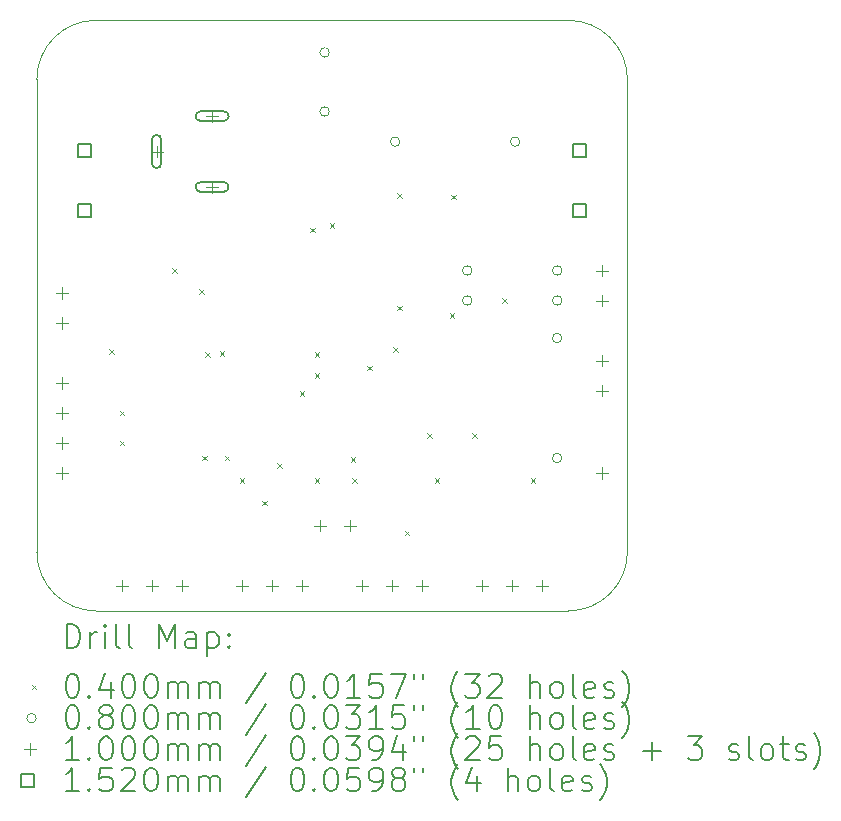
<source format=gbr>
%FSLAX45Y45*%
G04 Gerber Fmt 4.5, Leading zero omitted, Abs format (unit mm)*
G04 Created by KiCad (PCBNEW 6.0.2+dfsg-1) date 2023-09-26 22:37:19*
%MOMM*%
%LPD*%
G01*
G04 APERTURE LIST*
%TA.AperFunction,Profile*%
%ADD10C,0.100000*%
%TD*%
%ADD11C,0.200000*%
%ADD12C,0.040000*%
%ADD13C,0.080000*%
%ADD14C,0.100000*%
%ADD15C,0.152000*%
G04 APERTURE END LIST*
D10*
X10000000Y-5500000D02*
G75*
G03*
X9500000Y-5000000I-500000J0D01*
G01*
X9500000Y-10000000D02*
X5500000Y-10000000D01*
X9500000Y-10000000D02*
G75*
G03*
X10000000Y-9500000I0J500000D01*
G01*
X5500000Y-5000000D02*
G75*
G03*
X5000000Y-5500000I0J-500000D01*
G01*
X10000000Y-5500000D02*
X10000000Y-9500000D01*
X5000000Y-9500000D02*
G75*
G03*
X5500000Y-10000000I500000J0D01*
G01*
X5500000Y-5000000D02*
X9500000Y-5000000D01*
X5000000Y-9500000D02*
X5000000Y-5500000D01*
D11*
D12*
X5613100Y-7784800D02*
X5653100Y-7824800D01*
X5653100Y-7784800D02*
X5613100Y-7824800D01*
X5702000Y-8305500D02*
X5742000Y-8345500D01*
X5742000Y-8305500D02*
X5702000Y-8345500D01*
X5702000Y-8559500D02*
X5742000Y-8599500D01*
X5742000Y-8559500D02*
X5702000Y-8599500D01*
X6146500Y-7099000D02*
X6186500Y-7139000D01*
X6186500Y-7099000D02*
X6146500Y-7139000D01*
X6375100Y-7276800D02*
X6415100Y-7316800D01*
X6415100Y-7276800D02*
X6375100Y-7316800D01*
X6400500Y-8686500D02*
X6440500Y-8726500D01*
X6440500Y-8686500D02*
X6400500Y-8726500D01*
X6425900Y-7810200D02*
X6465900Y-7850200D01*
X6465900Y-7810200D02*
X6425900Y-7850200D01*
X6547000Y-7803400D02*
X6587000Y-7843400D01*
X6587000Y-7803400D02*
X6547000Y-7843400D01*
X6591000Y-8686500D02*
X6631000Y-8726500D01*
X6631000Y-8686500D02*
X6591000Y-8726500D01*
X6718000Y-8877000D02*
X6758000Y-8917000D01*
X6758000Y-8877000D02*
X6718000Y-8917000D01*
X6908500Y-9067500D02*
X6948500Y-9107500D01*
X6948500Y-9067500D02*
X6908500Y-9107500D01*
X7035500Y-8750000D02*
X7075500Y-8790000D01*
X7075500Y-8750000D02*
X7035500Y-8790000D01*
X7226000Y-8140400D02*
X7266000Y-8180400D01*
X7266000Y-8140400D02*
X7226000Y-8180400D01*
X7314900Y-6756100D02*
X7354900Y-6796100D01*
X7354900Y-6756100D02*
X7314900Y-6796100D01*
X7353000Y-7810200D02*
X7393000Y-7850200D01*
X7393000Y-7810200D02*
X7353000Y-7850200D01*
X7353000Y-7988000D02*
X7393000Y-8028000D01*
X7393000Y-7988000D02*
X7353000Y-8028000D01*
X7353000Y-8877000D02*
X7393000Y-8917000D01*
X7393000Y-8877000D02*
X7353000Y-8917000D01*
X7480000Y-6718000D02*
X7520000Y-6758000D01*
X7520000Y-6718000D02*
X7480000Y-6758000D01*
X7656500Y-8700500D02*
X7696500Y-8740500D01*
X7696500Y-8700500D02*
X7656500Y-8740500D01*
X7670500Y-8877000D02*
X7710500Y-8917000D01*
X7710500Y-8877000D02*
X7670500Y-8917000D01*
X7797500Y-7924500D02*
X7837500Y-7964500D01*
X7837500Y-7924500D02*
X7797500Y-7964500D01*
X8019500Y-7766000D02*
X8059500Y-7806000D01*
X8059500Y-7766000D02*
X8019500Y-7806000D01*
X8051500Y-6464000D02*
X8091500Y-6504000D01*
X8091500Y-6464000D02*
X8051500Y-6504000D01*
X8051500Y-7416500D02*
X8091500Y-7456500D01*
X8091500Y-7416500D02*
X8051500Y-7456500D01*
X8115000Y-9321500D02*
X8155000Y-9361500D01*
X8155000Y-9321500D02*
X8115000Y-9361500D01*
X8305500Y-8496000D02*
X8345500Y-8536000D01*
X8345500Y-8496000D02*
X8305500Y-8536000D01*
X8369000Y-8877000D02*
X8409000Y-8917000D01*
X8409000Y-8877000D02*
X8369000Y-8917000D01*
X8496000Y-7480000D02*
X8536000Y-7520000D01*
X8536000Y-7480000D02*
X8496000Y-7520000D01*
X8508700Y-6476700D02*
X8548700Y-6516700D01*
X8548700Y-6476700D02*
X8508700Y-6516700D01*
X8686500Y-8496000D02*
X8726500Y-8536000D01*
X8726500Y-8496000D02*
X8686500Y-8536000D01*
X8940500Y-7353000D02*
X8980500Y-7393000D01*
X8980500Y-7353000D02*
X8940500Y-7393000D01*
X9180000Y-8877000D02*
X9220000Y-8917000D01*
X9220000Y-8877000D02*
X9180000Y-8917000D01*
D13*
X7476500Y-5271765D02*
G75*
G03*
X7476500Y-5271765I-40000J0D01*
G01*
X7476500Y-5771765D02*
G75*
G03*
X7476500Y-5771765I-40000J0D01*
G01*
X8073400Y-6026800D02*
G75*
G03*
X8073400Y-6026800I-40000J0D01*
G01*
X8684000Y-7118500D02*
G75*
G03*
X8684000Y-7118500I-40000J0D01*
G01*
X8684000Y-7372500D02*
G75*
G03*
X8684000Y-7372500I-40000J0D01*
G01*
X9089400Y-6026800D02*
G75*
G03*
X9089400Y-6026800I-40000J0D01*
G01*
X9445000Y-7690500D02*
G75*
G03*
X9445000Y-7690500I-40000J0D01*
G01*
X9445000Y-8706500D02*
G75*
G03*
X9445000Y-8706500I-40000J0D01*
G01*
X9446000Y-7118500D02*
G75*
G03*
X9446000Y-7118500I-40000J0D01*
G01*
X9446000Y-7372500D02*
G75*
G03*
X9446000Y-7372500I-40000J0D01*
G01*
D14*
X5214000Y-7259000D02*
X5214000Y-7359000D01*
X5164000Y-7309000D02*
X5264000Y-7309000D01*
X5214000Y-7513000D02*
X5214000Y-7613000D01*
X5164000Y-7563000D02*
X5264000Y-7563000D01*
X5214000Y-8021500D02*
X5214000Y-8121500D01*
X5164000Y-8071500D02*
X5264000Y-8071500D01*
X5214000Y-8275500D02*
X5214000Y-8375500D01*
X5164000Y-8325500D02*
X5264000Y-8325500D01*
X5214000Y-8529500D02*
X5214000Y-8629500D01*
X5164000Y-8579500D02*
X5264000Y-8579500D01*
X5214000Y-8783500D02*
X5214000Y-8883500D01*
X5164000Y-8833500D02*
X5264000Y-8833500D01*
X5722000Y-9736000D02*
X5722000Y-9836000D01*
X5672000Y-9786000D02*
X5772000Y-9786000D01*
X5976000Y-9736000D02*
X5976000Y-9836000D01*
X5926000Y-9786000D02*
X6026000Y-9786000D01*
X6014000Y-6060900D02*
X6014000Y-6160900D01*
X5964000Y-6110900D02*
X6064000Y-6110900D01*
D11*
X5974000Y-6010900D02*
X5974000Y-6210900D01*
X6054000Y-6010900D02*
X6054000Y-6210900D01*
X5974000Y-6210900D02*
G75*
G03*
X6054000Y-6210900I40000J0D01*
G01*
X6054000Y-6010900D02*
G75*
G03*
X5974000Y-6010900I-40000J0D01*
G01*
D14*
X6230000Y-9736000D02*
X6230000Y-9836000D01*
X6180000Y-9786000D02*
X6280000Y-9786000D01*
X6484000Y-5760900D02*
X6484000Y-5860900D01*
X6434000Y-5810900D02*
X6534000Y-5810900D01*
D11*
X6584000Y-5770900D02*
X6384000Y-5770900D01*
X6584000Y-5850900D02*
X6384000Y-5850900D01*
X6384000Y-5770900D02*
G75*
G03*
X6384000Y-5850900I0J-40000D01*
G01*
X6584000Y-5850900D02*
G75*
G03*
X6584000Y-5770900I0J40000D01*
G01*
D14*
X6484000Y-6360900D02*
X6484000Y-6460900D01*
X6434000Y-6410900D02*
X6534000Y-6410900D01*
D11*
X6584000Y-6370900D02*
X6384000Y-6370900D01*
X6584000Y-6450900D02*
X6384000Y-6450900D01*
X6384000Y-6370900D02*
G75*
G03*
X6384000Y-6450900I0J-40000D01*
G01*
X6584000Y-6450900D02*
G75*
G03*
X6584000Y-6370900I0J40000D01*
G01*
D14*
X6739500Y-9736000D02*
X6739500Y-9836000D01*
X6689500Y-9786000D02*
X6789500Y-9786000D01*
X6993500Y-9736000D02*
X6993500Y-9836000D01*
X6943500Y-9786000D02*
X7043500Y-9786000D01*
X7247500Y-9736000D02*
X7247500Y-9836000D01*
X7197500Y-9786000D02*
X7297500Y-9786000D01*
X7398400Y-9228000D02*
X7398400Y-9328000D01*
X7348400Y-9278000D02*
X7448400Y-9278000D01*
X7652400Y-9228000D02*
X7652400Y-9328000D01*
X7602400Y-9278000D02*
X7702400Y-9278000D01*
X7755500Y-9736000D02*
X7755500Y-9836000D01*
X7705500Y-9786000D02*
X7805500Y-9786000D01*
X8009500Y-9736000D02*
X8009500Y-9836000D01*
X7959500Y-9786000D02*
X8059500Y-9786000D01*
X8263500Y-9736000D02*
X8263500Y-9836000D01*
X8213500Y-9786000D02*
X8313500Y-9786000D01*
X8770000Y-9736000D02*
X8770000Y-9836000D01*
X8720000Y-9786000D02*
X8820000Y-9786000D01*
X9024000Y-9736000D02*
X9024000Y-9836000D01*
X8974000Y-9786000D02*
X9074000Y-9786000D01*
X9278000Y-9736000D02*
X9278000Y-9836000D01*
X9228000Y-9786000D02*
X9328000Y-9786000D01*
X9786000Y-7069000D02*
X9786000Y-7169000D01*
X9736000Y-7119000D02*
X9836000Y-7119000D01*
X9786000Y-7323000D02*
X9786000Y-7423000D01*
X9736000Y-7373000D02*
X9836000Y-7373000D01*
X9786000Y-7831000D02*
X9786000Y-7931000D01*
X9736000Y-7881000D02*
X9836000Y-7881000D01*
X9786000Y-8085000D02*
X9786000Y-8185000D01*
X9736000Y-8135000D02*
X9836000Y-8135000D01*
X9786000Y-8783500D02*
X9786000Y-8883500D01*
X9736000Y-8833500D02*
X9836000Y-8833500D01*
D15*
X5458241Y-6156741D02*
X5458241Y-6049259D01*
X5350759Y-6049259D01*
X5350759Y-6156741D01*
X5458241Y-6156741D01*
X5458241Y-6664741D02*
X5458241Y-6557259D01*
X5350759Y-6557259D01*
X5350759Y-6664741D01*
X5458241Y-6664741D01*
X9649241Y-6156741D02*
X9649241Y-6049259D01*
X9541759Y-6049259D01*
X9541759Y-6156741D01*
X9649241Y-6156741D01*
X9649241Y-6664741D02*
X9649241Y-6557259D01*
X9541759Y-6557259D01*
X9541759Y-6664741D01*
X9649241Y-6664741D01*
D11*
X5252619Y-10315476D02*
X5252619Y-10115476D01*
X5300238Y-10115476D01*
X5328810Y-10125000D01*
X5347857Y-10144048D01*
X5357381Y-10163095D01*
X5366905Y-10201190D01*
X5366905Y-10229762D01*
X5357381Y-10267857D01*
X5347857Y-10286905D01*
X5328810Y-10305952D01*
X5300238Y-10315476D01*
X5252619Y-10315476D01*
X5452619Y-10315476D02*
X5452619Y-10182143D01*
X5452619Y-10220238D02*
X5462143Y-10201190D01*
X5471667Y-10191667D01*
X5490714Y-10182143D01*
X5509762Y-10182143D01*
X5576429Y-10315476D02*
X5576429Y-10182143D01*
X5576429Y-10115476D02*
X5566905Y-10125000D01*
X5576429Y-10134524D01*
X5585952Y-10125000D01*
X5576429Y-10115476D01*
X5576429Y-10134524D01*
X5700238Y-10315476D02*
X5681190Y-10305952D01*
X5671667Y-10286905D01*
X5671667Y-10115476D01*
X5805000Y-10315476D02*
X5785952Y-10305952D01*
X5776428Y-10286905D01*
X5776428Y-10115476D01*
X6033571Y-10315476D02*
X6033571Y-10115476D01*
X6100238Y-10258333D01*
X6166905Y-10115476D01*
X6166905Y-10315476D01*
X6347857Y-10315476D02*
X6347857Y-10210714D01*
X6338333Y-10191667D01*
X6319286Y-10182143D01*
X6281190Y-10182143D01*
X6262143Y-10191667D01*
X6347857Y-10305952D02*
X6328809Y-10315476D01*
X6281190Y-10315476D01*
X6262143Y-10305952D01*
X6252619Y-10286905D01*
X6252619Y-10267857D01*
X6262143Y-10248810D01*
X6281190Y-10239286D01*
X6328809Y-10239286D01*
X6347857Y-10229762D01*
X6443095Y-10182143D02*
X6443095Y-10382143D01*
X6443095Y-10191667D02*
X6462143Y-10182143D01*
X6500238Y-10182143D01*
X6519286Y-10191667D01*
X6528809Y-10201190D01*
X6538333Y-10220238D01*
X6538333Y-10277381D01*
X6528809Y-10296429D01*
X6519286Y-10305952D01*
X6500238Y-10315476D01*
X6462143Y-10315476D01*
X6443095Y-10305952D01*
X6624048Y-10296429D02*
X6633571Y-10305952D01*
X6624048Y-10315476D01*
X6614524Y-10305952D01*
X6624048Y-10296429D01*
X6624048Y-10315476D01*
X6624048Y-10191667D02*
X6633571Y-10201190D01*
X6624048Y-10210714D01*
X6614524Y-10201190D01*
X6624048Y-10191667D01*
X6624048Y-10210714D01*
D12*
X4955000Y-10625000D02*
X4995000Y-10665000D01*
X4995000Y-10625000D02*
X4955000Y-10665000D01*
D11*
X5290714Y-10535476D02*
X5309762Y-10535476D01*
X5328810Y-10545000D01*
X5338333Y-10554524D01*
X5347857Y-10573571D01*
X5357381Y-10611667D01*
X5357381Y-10659286D01*
X5347857Y-10697381D01*
X5338333Y-10716429D01*
X5328810Y-10725952D01*
X5309762Y-10735476D01*
X5290714Y-10735476D01*
X5271667Y-10725952D01*
X5262143Y-10716429D01*
X5252619Y-10697381D01*
X5243095Y-10659286D01*
X5243095Y-10611667D01*
X5252619Y-10573571D01*
X5262143Y-10554524D01*
X5271667Y-10545000D01*
X5290714Y-10535476D01*
X5443095Y-10716429D02*
X5452619Y-10725952D01*
X5443095Y-10735476D01*
X5433571Y-10725952D01*
X5443095Y-10716429D01*
X5443095Y-10735476D01*
X5624048Y-10602143D02*
X5624048Y-10735476D01*
X5576429Y-10525952D02*
X5528810Y-10668810D01*
X5652619Y-10668810D01*
X5766905Y-10535476D02*
X5785952Y-10535476D01*
X5805000Y-10545000D01*
X5814524Y-10554524D01*
X5824048Y-10573571D01*
X5833571Y-10611667D01*
X5833571Y-10659286D01*
X5824048Y-10697381D01*
X5814524Y-10716429D01*
X5805000Y-10725952D01*
X5785952Y-10735476D01*
X5766905Y-10735476D01*
X5747857Y-10725952D01*
X5738333Y-10716429D01*
X5728809Y-10697381D01*
X5719286Y-10659286D01*
X5719286Y-10611667D01*
X5728809Y-10573571D01*
X5738333Y-10554524D01*
X5747857Y-10545000D01*
X5766905Y-10535476D01*
X5957381Y-10535476D02*
X5976428Y-10535476D01*
X5995476Y-10545000D01*
X6005000Y-10554524D01*
X6014524Y-10573571D01*
X6024048Y-10611667D01*
X6024048Y-10659286D01*
X6014524Y-10697381D01*
X6005000Y-10716429D01*
X5995476Y-10725952D01*
X5976428Y-10735476D01*
X5957381Y-10735476D01*
X5938333Y-10725952D01*
X5928809Y-10716429D01*
X5919286Y-10697381D01*
X5909762Y-10659286D01*
X5909762Y-10611667D01*
X5919286Y-10573571D01*
X5928809Y-10554524D01*
X5938333Y-10545000D01*
X5957381Y-10535476D01*
X6109762Y-10735476D02*
X6109762Y-10602143D01*
X6109762Y-10621190D02*
X6119286Y-10611667D01*
X6138333Y-10602143D01*
X6166905Y-10602143D01*
X6185952Y-10611667D01*
X6195476Y-10630714D01*
X6195476Y-10735476D01*
X6195476Y-10630714D02*
X6205000Y-10611667D01*
X6224048Y-10602143D01*
X6252619Y-10602143D01*
X6271667Y-10611667D01*
X6281190Y-10630714D01*
X6281190Y-10735476D01*
X6376428Y-10735476D02*
X6376428Y-10602143D01*
X6376428Y-10621190D02*
X6385952Y-10611667D01*
X6405000Y-10602143D01*
X6433571Y-10602143D01*
X6452619Y-10611667D01*
X6462143Y-10630714D01*
X6462143Y-10735476D01*
X6462143Y-10630714D02*
X6471667Y-10611667D01*
X6490714Y-10602143D01*
X6519286Y-10602143D01*
X6538333Y-10611667D01*
X6547857Y-10630714D01*
X6547857Y-10735476D01*
X6938333Y-10525952D02*
X6766905Y-10783095D01*
X7195476Y-10535476D02*
X7214524Y-10535476D01*
X7233571Y-10545000D01*
X7243095Y-10554524D01*
X7252619Y-10573571D01*
X7262143Y-10611667D01*
X7262143Y-10659286D01*
X7252619Y-10697381D01*
X7243095Y-10716429D01*
X7233571Y-10725952D01*
X7214524Y-10735476D01*
X7195476Y-10735476D01*
X7176428Y-10725952D01*
X7166905Y-10716429D01*
X7157381Y-10697381D01*
X7147857Y-10659286D01*
X7147857Y-10611667D01*
X7157381Y-10573571D01*
X7166905Y-10554524D01*
X7176428Y-10545000D01*
X7195476Y-10535476D01*
X7347857Y-10716429D02*
X7357381Y-10725952D01*
X7347857Y-10735476D01*
X7338333Y-10725952D01*
X7347857Y-10716429D01*
X7347857Y-10735476D01*
X7481190Y-10535476D02*
X7500238Y-10535476D01*
X7519286Y-10545000D01*
X7528809Y-10554524D01*
X7538333Y-10573571D01*
X7547857Y-10611667D01*
X7547857Y-10659286D01*
X7538333Y-10697381D01*
X7528809Y-10716429D01*
X7519286Y-10725952D01*
X7500238Y-10735476D01*
X7481190Y-10735476D01*
X7462143Y-10725952D01*
X7452619Y-10716429D01*
X7443095Y-10697381D01*
X7433571Y-10659286D01*
X7433571Y-10611667D01*
X7443095Y-10573571D01*
X7452619Y-10554524D01*
X7462143Y-10545000D01*
X7481190Y-10535476D01*
X7738333Y-10735476D02*
X7624048Y-10735476D01*
X7681190Y-10735476D02*
X7681190Y-10535476D01*
X7662143Y-10564048D01*
X7643095Y-10583095D01*
X7624048Y-10592619D01*
X7919286Y-10535476D02*
X7824048Y-10535476D01*
X7814524Y-10630714D01*
X7824048Y-10621190D01*
X7843095Y-10611667D01*
X7890714Y-10611667D01*
X7909762Y-10621190D01*
X7919286Y-10630714D01*
X7928809Y-10649762D01*
X7928809Y-10697381D01*
X7919286Y-10716429D01*
X7909762Y-10725952D01*
X7890714Y-10735476D01*
X7843095Y-10735476D01*
X7824048Y-10725952D01*
X7814524Y-10716429D01*
X7995476Y-10535476D02*
X8128809Y-10535476D01*
X8043095Y-10735476D01*
X8195476Y-10535476D02*
X8195476Y-10573571D01*
X8271667Y-10535476D02*
X8271667Y-10573571D01*
X8566905Y-10811667D02*
X8557381Y-10802143D01*
X8538333Y-10773571D01*
X8528810Y-10754524D01*
X8519286Y-10725952D01*
X8509762Y-10678333D01*
X8509762Y-10640238D01*
X8519286Y-10592619D01*
X8528810Y-10564048D01*
X8538333Y-10545000D01*
X8557381Y-10516429D01*
X8566905Y-10506905D01*
X8624048Y-10535476D02*
X8747857Y-10535476D01*
X8681190Y-10611667D01*
X8709762Y-10611667D01*
X8728810Y-10621190D01*
X8738333Y-10630714D01*
X8747857Y-10649762D01*
X8747857Y-10697381D01*
X8738333Y-10716429D01*
X8728810Y-10725952D01*
X8709762Y-10735476D01*
X8652619Y-10735476D01*
X8633571Y-10725952D01*
X8624048Y-10716429D01*
X8824048Y-10554524D02*
X8833571Y-10545000D01*
X8852619Y-10535476D01*
X8900238Y-10535476D01*
X8919286Y-10545000D01*
X8928810Y-10554524D01*
X8938333Y-10573571D01*
X8938333Y-10592619D01*
X8928810Y-10621190D01*
X8814524Y-10735476D01*
X8938333Y-10735476D01*
X9176429Y-10735476D02*
X9176429Y-10535476D01*
X9262143Y-10735476D02*
X9262143Y-10630714D01*
X9252619Y-10611667D01*
X9233571Y-10602143D01*
X9205000Y-10602143D01*
X9185952Y-10611667D01*
X9176429Y-10621190D01*
X9385952Y-10735476D02*
X9366905Y-10725952D01*
X9357381Y-10716429D01*
X9347857Y-10697381D01*
X9347857Y-10640238D01*
X9357381Y-10621190D01*
X9366905Y-10611667D01*
X9385952Y-10602143D01*
X9414524Y-10602143D01*
X9433571Y-10611667D01*
X9443095Y-10621190D01*
X9452619Y-10640238D01*
X9452619Y-10697381D01*
X9443095Y-10716429D01*
X9433571Y-10725952D01*
X9414524Y-10735476D01*
X9385952Y-10735476D01*
X9566905Y-10735476D02*
X9547857Y-10725952D01*
X9538333Y-10706905D01*
X9538333Y-10535476D01*
X9719286Y-10725952D02*
X9700238Y-10735476D01*
X9662143Y-10735476D01*
X9643095Y-10725952D01*
X9633571Y-10706905D01*
X9633571Y-10630714D01*
X9643095Y-10611667D01*
X9662143Y-10602143D01*
X9700238Y-10602143D01*
X9719286Y-10611667D01*
X9728810Y-10630714D01*
X9728810Y-10649762D01*
X9633571Y-10668810D01*
X9805000Y-10725952D02*
X9824048Y-10735476D01*
X9862143Y-10735476D01*
X9881190Y-10725952D01*
X9890714Y-10706905D01*
X9890714Y-10697381D01*
X9881190Y-10678333D01*
X9862143Y-10668810D01*
X9833571Y-10668810D01*
X9814524Y-10659286D01*
X9805000Y-10640238D01*
X9805000Y-10630714D01*
X9814524Y-10611667D01*
X9833571Y-10602143D01*
X9862143Y-10602143D01*
X9881190Y-10611667D01*
X9957381Y-10811667D02*
X9966905Y-10802143D01*
X9985952Y-10773571D01*
X9995476Y-10754524D01*
X10005000Y-10725952D01*
X10014524Y-10678333D01*
X10014524Y-10640238D01*
X10005000Y-10592619D01*
X9995476Y-10564048D01*
X9985952Y-10545000D01*
X9966905Y-10516429D01*
X9957381Y-10506905D01*
D13*
X4995000Y-10909000D02*
G75*
G03*
X4995000Y-10909000I-40000J0D01*
G01*
D11*
X5290714Y-10799476D02*
X5309762Y-10799476D01*
X5328810Y-10809000D01*
X5338333Y-10818524D01*
X5347857Y-10837571D01*
X5357381Y-10875667D01*
X5357381Y-10923286D01*
X5347857Y-10961381D01*
X5338333Y-10980429D01*
X5328810Y-10989952D01*
X5309762Y-10999476D01*
X5290714Y-10999476D01*
X5271667Y-10989952D01*
X5262143Y-10980429D01*
X5252619Y-10961381D01*
X5243095Y-10923286D01*
X5243095Y-10875667D01*
X5252619Y-10837571D01*
X5262143Y-10818524D01*
X5271667Y-10809000D01*
X5290714Y-10799476D01*
X5443095Y-10980429D02*
X5452619Y-10989952D01*
X5443095Y-10999476D01*
X5433571Y-10989952D01*
X5443095Y-10980429D01*
X5443095Y-10999476D01*
X5566905Y-10885190D02*
X5547857Y-10875667D01*
X5538333Y-10866143D01*
X5528810Y-10847095D01*
X5528810Y-10837571D01*
X5538333Y-10818524D01*
X5547857Y-10809000D01*
X5566905Y-10799476D01*
X5605000Y-10799476D01*
X5624048Y-10809000D01*
X5633571Y-10818524D01*
X5643095Y-10837571D01*
X5643095Y-10847095D01*
X5633571Y-10866143D01*
X5624048Y-10875667D01*
X5605000Y-10885190D01*
X5566905Y-10885190D01*
X5547857Y-10894714D01*
X5538333Y-10904238D01*
X5528810Y-10923286D01*
X5528810Y-10961381D01*
X5538333Y-10980429D01*
X5547857Y-10989952D01*
X5566905Y-10999476D01*
X5605000Y-10999476D01*
X5624048Y-10989952D01*
X5633571Y-10980429D01*
X5643095Y-10961381D01*
X5643095Y-10923286D01*
X5633571Y-10904238D01*
X5624048Y-10894714D01*
X5605000Y-10885190D01*
X5766905Y-10799476D02*
X5785952Y-10799476D01*
X5805000Y-10809000D01*
X5814524Y-10818524D01*
X5824048Y-10837571D01*
X5833571Y-10875667D01*
X5833571Y-10923286D01*
X5824048Y-10961381D01*
X5814524Y-10980429D01*
X5805000Y-10989952D01*
X5785952Y-10999476D01*
X5766905Y-10999476D01*
X5747857Y-10989952D01*
X5738333Y-10980429D01*
X5728809Y-10961381D01*
X5719286Y-10923286D01*
X5719286Y-10875667D01*
X5728809Y-10837571D01*
X5738333Y-10818524D01*
X5747857Y-10809000D01*
X5766905Y-10799476D01*
X5957381Y-10799476D02*
X5976428Y-10799476D01*
X5995476Y-10809000D01*
X6005000Y-10818524D01*
X6014524Y-10837571D01*
X6024048Y-10875667D01*
X6024048Y-10923286D01*
X6014524Y-10961381D01*
X6005000Y-10980429D01*
X5995476Y-10989952D01*
X5976428Y-10999476D01*
X5957381Y-10999476D01*
X5938333Y-10989952D01*
X5928809Y-10980429D01*
X5919286Y-10961381D01*
X5909762Y-10923286D01*
X5909762Y-10875667D01*
X5919286Y-10837571D01*
X5928809Y-10818524D01*
X5938333Y-10809000D01*
X5957381Y-10799476D01*
X6109762Y-10999476D02*
X6109762Y-10866143D01*
X6109762Y-10885190D02*
X6119286Y-10875667D01*
X6138333Y-10866143D01*
X6166905Y-10866143D01*
X6185952Y-10875667D01*
X6195476Y-10894714D01*
X6195476Y-10999476D01*
X6195476Y-10894714D02*
X6205000Y-10875667D01*
X6224048Y-10866143D01*
X6252619Y-10866143D01*
X6271667Y-10875667D01*
X6281190Y-10894714D01*
X6281190Y-10999476D01*
X6376428Y-10999476D02*
X6376428Y-10866143D01*
X6376428Y-10885190D02*
X6385952Y-10875667D01*
X6405000Y-10866143D01*
X6433571Y-10866143D01*
X6452619Y-10875667D01*
X6462143Y-10894714D01*
X6462143Y-10999476D01*
X6462143Y-10894714D02*
X6471667Y-10875667D01*
X6490714Y-10866143D01*
X6519286Y-10866143D01*
X6538333Y-10875667D01*
X6547857Y-10894714D01*
X6547857Y-10999476D01*
X6938333Y-10789952D02*
X6766905Y-11047095D01*
X7195476Y-10799476D02*
X7214524Y-10799476D01*
X7233571Y-10809000D01*
X7243095Y-10818524D01*
X7252619Y-10837571D01*
X7262143Y-10875667D01*
X7262143Y-10923286D01*
X7252619Y-10961381D01*
X7243095Y-10980429D01*
X7233571Y-10989952D01*
X7214524Y-10999476D01*
X7195476Y-10999476D01*
X7176428Y-10989952D01*
X7166905Y-10980429D01*
X7157381Y-10961381D01*
X7147857Y-10923286D01*
X7147857Y-10875667D01*
X7157381Y-10837571D01*
X7166905Y-10818524D01*
X7176428Y-10809000D01*
X7195476Y-10799476D01*
X7347857Y-10980429D02*
X7357381Y-10989952D01*
X7347857Y-10999476D01*
X7338333Y-10989952D01*
X7347857Y-10980429D01*
X7347857Y-10999476D01*
X7481190Y-10799476D02*
X7500238Y-10799476D01*
X7519286Y-10809000D01*
X7528809Y-10818524D01*
X7538333Y-10837571D01*
X7547857Y-10875667D01*
X7547857Y-10923286D01*
X7538333Y-10961381D01*
X7528809Y-10980429D01*
X7519286Y-10989952D01*
X7500238Y-10999476D01*
X7481190Y-10999476D01*
X7462143Y-10989952D01*
X7452619Y-10980429D01*
X7443095Y-10961381D01*
X7433571Y-10923286D01*
X7433571Y-10875667D01*
X7443095Y-10837571D01*
X7452619Y-10818524D01*
X7462143Y-10809000D01*
X7481190Y-10799476D01*
X7614524Y-10799476D02*
X7738333Y-10799476D01*
X7671667Y-10875667D01*
X7700238Y-10875667D01*
X7719286Y-10885190D01*
X7728809Y-10894714D01*
X7738333Y-10913762D01*
X7738333Y-10961381D01*
X7728809Y-10980429D01*
X7719286Y-10989952D01*
X7700238Y-10999476D01*
X7643095Y-10999476D01*
X7624048Y-10989952D01*
X7614524Y-10980429D01*
X7928809Y-10999476D02*
X7814524Y-10999476D01*
X7871667Y-10999476D02*
X7871667Y-10799476D01*
X7852619Y-10828048D01*
X7833571Y-10847095D01*
X7814524Y-10856619D01*
X8109762Y-10799476D02*
X8014524Y-10799476D01*
X8005000Y-10894714D01*
X8014524Y-10885190D01*
X8033571Y-10875667D01*
X8081190Y-10875667D01*
X8100238Y-10885190D01*
X8109762Y-10894714D01*
X8119286Y-10913762D01*
X8119286Y-10961381D01*
X8109762Y-10980429D01*
X8100238Y-10989952D01*
X8081190Y-10999476D01*
X8033571Y-10999476D01*
X8014524Y-10989952D01*
X8005000Y-10980429D01*
X8195476Y-10799476D02*
X8195476Y-10837571D01*
X8271667Y-10799476D02*
X8271667Y-10837571D01*
X8566905Y-11075667D02*
X8557381Y-11066143D01*
X8538333Y-11037571D01*
X8528810Y-11018524D01*
X8519286Y-10989952D01*
X8509762Y-10942333D01*
X8509762Y-10904238D01*
X8519286Y-10856619D01*
X8528810Y-10828048D01*
X8538333Y-10809000D01*
X8557381Y-10780429D01*
X8566905Y-10770905D01*
X8747857Y-10999476D02*
X8633571Y-10999476D01*
X8690714Y-10999476D02*
X8690714Y-10799476D01*
X8671667Y-10828048D01*
X8652619Y-10847095D01*
X8633571Y-10856619D01*
X8871667Y-10799476D02*
X8890714Y-10799476D01*
X8909762Y-10809000D01*
X8919286Y-10818524D01*
X8928810Y-10837571D01*
X8938333Y-10875667D01*
X8938333Y-10923286D01*
X8928810Y-10961381D01*
X8919286Y-10980429D01*
X8909762Y-10989952D01*
X8890714Y-10999476D01*
X8871667Y-10999476D01*
X8852619Y-10989952D01*
X8843095Y-10980429D01*
X8833571Y-10961381D01*
X8824048Y-10923286D01*
X8824048Y-10875667D01*
X8833571Y-10837571D01*
X8843095Y-10818524D01*
X8852619Y-10809000D01*
X8871667Y-10799476D01*
X9176429Y-10999476D02*
X9176429Y-10799476D01*
X9262143Y-10999476D02*
X9262143Y-10894714D01*
X9252619Y-10875667D01*
X9233571Y-10866143D01*
X9205000Y-10866143D01*
X9185952Y-10875667D01*
X9176429Y-10885190D01*
X9385952Y-10999476D02*
X9366905Y-10989952D01*
X9357381Y-10980429D01*
X9347857Y-10961381D01*
X9347857Y-10904238D01*
X9357381Y-10885190D01*
X9366905Y-10875667D01*
X9385952Y-10866143D01*
X9414524Y-10866143D01*
X9433571Y-10875667D01*
X9443095Y-10885190D01*
X9452619Y-10904238D01*
X9452619Y-10961381D01*
X9443095Y-10980429D01*
X9433571Y-10989952D01*
X9414524Y-10999476D01*
X9385952Y-10999476D01*
X9566905Y-10999476D02*
X9547857Y-10989952D01*
X9538333Y-10970905D01*
X9538333Y-10799476D01*
X9719286Y-10989952D02*
X9700238Y-10999476D01*
X9662143Y-10999476D01*
X9643095Y-10989952D01*
X9633571Y-10970905D01*
X9633571Y-10894714D01*
X9643095Y-10875667D01*
X9662143Y-10866143D01*
X9700238Y-10866143D01*
X9719286Y-10875667D01*
X9728810Y-10894714D01*
X9728810Y-10913762D01*
X9633571Y-10932810D01*
X9805000Y-10989952D02*
X9824048Y-10999476D01*
X9862143Y-10999476D01*
X9881190Y-10989952D01*
X9890714Y-10970905D01*
X9890714Y-10961381D01*
X9881190Y-10942333D01*
X9862143Y-10932810D01*
X9833571Y-10932810D01*
X9814524Y-10923286D01*
X9805000Y-10904238D01*
X9805000Y-10894714D01*
X9814524Y-10875667D01*
X9833571Y-10866143D01*
X9862143Y-10866143D01*
X9881190Y-10875667D01*
X9957381Y-11075667D02*
X9966905Y-11066143D01*
X9985952Y-11037571D01*
X9995476Y-11018524D01*
X10005000Y-10989952D01*
X10014524Y-10942333D01*
X10014524Y-10904238D01*
X10005000Y-10856619D01*
X9995476Y-10828048D01*
X9985952Y-10809000D01*
X9966905Y-10780429D01*
X9957381Y-10770905D01*
D14*
X4945000Y-11123000D02*
X4945000Y-11223000D01*
X4895000Y-11173000D02*
X4995000Y-11173000D01*
D11*
X5357381Y-11263476D02*
X5243095Y-11263476D01*
X5300238Y-11263476D02*
X5300238Y-11063476D01*
X5281190Y-11092048D01*
X5262143Y-11111095D01*
X5243095Y-11120619D01*
X5443095Y-11244428D02*
X5452619Y-11253952D01*
X5443095Y-11263476D01*
X5433571Y-11253952D01*
X5443095Y-11244428D01*
X5443095Y-11263476D01*
X5576429Y-11063476D02*
X5595476Y-11063476D01*
X5614524Y-11073000D01*
X5624048Y-11082524D01*
X5633571Y-11101571D01*
X5643095Y-11139667D01*
X5643095Y-11187286D01*
X5633571Y-11225381D01*
X5624048Y-11244428D01*
X5614524Y-11253952D01*
X5595476Y-11263476D01*
X5576429Y-11263476D01*
X5557381Y-11253952D01*
X5547857Y-11244428D01*
X5538333Y-11225381D01*
X5528810Y-11187286D01*
X5528810Y-11139667D01*
X5538333Y-11101571D01*
X5547857Y-11082524D01*
X5557381Y-11073000D01*
X5576429Y-11063476D01*
X5766905Y-11063476D02*
X5785952Y-11063476D01*
X5805000Y-11073000D01*
X5814524Y-11082524D01*
X5824048Y-11101571D01*
X5833571Y-11139667D01*
X5833571Y-11187286D01*
X5824048Y-11225381D01*
X5814524Y-11244428D01*
X5805000Y-11253952D01*
X5785952Y-11263476D01*
X5766905Y-11263476D01*
X5747857Y-11253952D01*
X5738333Y-11244428D01*
X5728809Y-11225381D01*
X5719286Y-11187286D01*
X5719286Y-11139667D01*
X5728809Y-11101571D01*
X5738333Y-11082524D01*
X5747857Y-11073000D01*
X5766905Y-11063476D01*
X5957381Y-11063476D02*
X5976428Y-11063476D01*
X5995476Y-11073000D01*
X6005000Y-11082524D01*
X6014524Y-11101571D01*
X6024048Y-11139667D01*
X6024048Y-11187286D01*
X6014524Y-11225381D01*
X6005000Y-11244428D01*
X5995476Y-11253952D01*
X5976428Y-11263476D01*
X5957381Y-11263476D01*
X5938333Y-11253952D01*
X5928809Y-11244428D01*
X5919286Y-11225381D01*
X5909762Y-11187286D01*
X5909762Y-11139667D01*
X5919286Y-11101571D01*
X5928809Y-11082524D01*
X5938333Y-11073000D01*
X5957381Y-11063476D01*
X6109762Y-11263476D02*
X6109762Y-11130143D01*
X6109762Y-11149190D02*
X6119286Y-11139667D01*
X6138333Y-11130143D01*
X6166905Y-11130143D01*
X6185952Y-11139667D01*
X6195476Y-11158714D01*
X6195476Y-11263476D01*
X6195476Y-11158714D02*
X6205000Y-11139667D01*
X6224048Y-11130143D01*
X6252619Y-11130143D01*
X6271667Y-11139667D01*
X6281190Y-11158714D01*
X6281190Y-11263476D01*
X6376428Y-11263476D02*
X6376428Y-11130143D01*
X6376428Y-11149190D02*
X6385952Y-11139667D01*
X6405000Y-11130143D01*
X6433571Y-11130143D01*
X6452619Y-11139667D01*
X6462143Y-11158714D01*
X6462143Y-11263476D01*
X6462143Y-11158714D02*
X6471667Y-11139667D01*
X6490714Y-11130143D01*
X6519286Y-11130143D01*
X6538333Y-11139667D01*
X6547857Y-11158714D01*
X6547857Y-11263476D01*
X6938333Y-11053952D02*
X6766905Y-11311095D01*
X7195476Y-11063476D02*
X7214524Y-11063476D01*
X7233571Y-11073000D01*
X7243095Y-11082524D01*
X7252619Y-11101571D01*
X7262143Y-11139667D01*
X7262143Y-11187286D01*
X7252619Y-11225381D01*
X7243095Y-11244428D01*
X7233571Y-11253952D01*
X7214524Y-11263476D01*
X7195476Y-11263476D01*
X7176428Y-11253952D01*
X7166905Y-11244428D01*
X7157381Y-11225381D01*
X7147857Y-11187286D01*
X7147857Y-11139667D01*
X7157381Y-11101571D01*
X7166905Y-11082524D01*
X7176428Y-11073000D01*
X7195476Y-11063476D01*
X7347857Y-11244428D02*
X7357381Y-11253952D01*
X7347857Y-11263476D01*
X7338333Y-11253952D01*
X7347857Y-11244428D01*
X7347857Y-11263476D01*
X7481190Y-11063476D02*
X7500238Y-11063476D01*
X7519286Y-11073000D01*
X7528809Y-11082524D01*
X7538333Y-11101571D01*
X7547857Y-11139667D01*
X7547857Y-11187286D01*
X7538333Y-11225381D01*
X7528809Y-11244428D01*
X7519286Y-11253952D01*
X7500238Y-11263476D01*
X7481190Y-11263476D01*
X7462143Y-11253952D01*
X7452619Y-11244428D01*
X7443095Y-11225381D01*
X7433571Y-11187286D01*
X7433571Y-11139667D01*
X7443095Y-11101571D01*
X7452619Y-11082524D01*
X7462143Y-11073000D01*
X7481190Y-11063476D01*
X7614524Y-11063476D02*
X7738333Y-11063476D01*
X7671667Y-11139667D01*
X7700238Y-11139667D01*
X7719286Y-11149190D01*
X7728809Y-11158714D01*
X7738333Y-11177762D01*
X7738333Y-11225381D01*
X7728809Y-11244428D01*
X7719286Y-11253952D01*
X7700238Y-11263476D01*
X7643095Y-11263476D01*
X7624048Y-11253952D01*
X7614524Y-11244428D01*
X7833571Y-11263476D02*
X7871667Y-11263476D01*
X7890714Y-11253952D01*
X7900238Y-11244428D01*
X7919286Y-11215857D01*
X7928809Y-11177762D01*
X7928809Y-11101571D01*
X7919286Y-11082524D01*
X7909762Y-11073000D01*
X7890714Y-11063476D01*
X7852619Y-11063476D01*
X7833571Y-11073000D01*
X7824048Y-11082524D01*
X7814524Y-11101571D01*
X7814524Y-11149190D01*
X7824048Y-11168238D01*
X7833571Y-11177762D01*
X7852619Y-11187286D01*
X7890714Y-11187286D01*
X7909762Y-11177762D01*
X7919286Y-11168238D01*
X7928809Y-11149190D01*
X8100238Y-11130143D02*
X8100238Y-11263476D01*
X8052619Y-11053952D02*
X8005000Y-11196809D01*
X8128809Y-11196809D01*
X8195476Y-11063476D02*
X8195476Y-11101571D01*
X8271667Y-11063476D02*
X8271667Y-11101571D01*
X8566905Y-11339667D02*
X8557381Y-11330143D01*
X8538333Y-11301571D01*
X8528810Y-11282524D01*
X8519286Y-11253952D01*
X8509762Y-11206333D01*
X8509762Y-11168238D01*
X8519286Y-11120619D01*
X8528810Y-11092048D01*
X8538333Y-11073000D01*
X8557381Y-11044429D01*
X8566905Y-11034905D01*
X8633571Y-11082524D02*
X8643095Y-11073000D01*
X8662143Y-11063476D01*
X8709762Y-11063476D01*
X8728810Y-11073000D01*
X8738333Y-11082524D01*
X8747857Y-11101571D01*
X8747857Y-11120619D01*
X8738333Y-11149190D01*
X8624048Y-11263476D01*
X8747857Y-11263476D01*
X8928810Y-11063476D02*
X8833571Y-11063476D01*
X8824048Y-11158714D01*
X8833571Y-11149190D01*
X8852619Y-11139667D01*
X8900238Y-11139667D01*
X8919286Y-11149190D01*
X8928810Y-11158714D01*
X8938333Y-11177762D01*
X8938333Y-11225381D01*
X8928810Y-11244428D01*
X8919286Y-11253952D01*
X8900238Y-11263476D01*
X8852619Y-11263476D01*
X8833571Y-11253952D01*
X8824048Y-11244428D01*
X9176429Y-11263476D02*
X9176429Y-11063476D01*
X9262143Y-11263476D02*
X9262143Y-11158714D01*
X9252619Y-11139667D01*
X9233571Y-11130143D01*
X9205000Y-11130143D01*
X9185952Y-11139667D01*
X9176429Y-11149190D01*
X9385952Y-11263476D02*
X9366905Y-11253952D01*
X9357381Y-11244428D01*
X9347857Y-11225381D01*
X9347857Y-11168238D01*
X9357381Y-11149190D01*
X9366905Y-11139667D01*
X9385952Y-11130143D01*
X9414524Y-11130143D01*
X9433571Y-11139667D01*
X9443095Y-11149190D01*
X9452619Y-11168238D01*
X9452619Y-11225381D01*
X9443095Y-11244428D01*
X9433571Y-11253952D01*
X9414524Y-11263476D01*
X9385952Y-11263476D01*
X9566905Y-11263476D02*
X9547857Y-11253952D01*
X9538333Y-11234905D01*
X9538333Y-11063476D01*
X9719286Y-11253952D02*
X9700238Y-11263476D01*
X9662143Y-11263476D01*
X9643095Y-11253952D01*
X9633571Y-11234905D01*
X9633571Y-11158714D01*
X9643095Y-11139667D01*
X9662143Y-11130143D01*
X9700238Y-11130143D01*
X9719286Y-11139667D01*
X9728810Y-11158714D01*
X9728810Y-11177762D01*
X9633571Y-11196809D01*
X9805000Y-11253952D02*
X9824048Y-11263476D01*
X9862143Y-11263476D01*
X9881190Y-11253952D01*
X9890714Y-11234905D01*
X9890714Y-11225381D01*
X9881190Y-11206333D01*
X9862143Y-11196809D01*
X9833571Y-11196809D01*
X9814524Y-11187286D01*
X9805000Y-11168238D01*
X9805000Y-11158714D01*
X9814524Y-11139667D01*
X9833571Y-11130143D01*
X9862143Y-11130143D01*
X9881190Y-11139667D01*
X10128810Y-11187286D02*
X10281190Y-11187286D01*
X10205000Y-11263476D02*
X10205000Y-11111095D01*
X10509762Y-11063476D02*
X10633571Y-11063476D01*
X10566905Y-11139667D01*
X10595476Y-11139667D01*
X10614524Y-11149190D01*
X10624048Y-11158714D01*
X10633571Y-11177762D01*
X10633571Y-11225381D01*
X10624048Y-11244428D01*
X10614524Y-11253952D01*
X10595476Y-11263476D01*
X10538333Y-11263476D01*
X10519286Y-11253952D01*
X10509762Y-11244428D01*
X10862143Y-11253952D02*
X10881190Y-11263476D01*
X10919286Y-11263476D01*
X10938333Y-11253952D01*
X10947857Y-11234905D01*
X10947857Y-11225381D01*
X10938333Y-11206333D01*
X10919286Y-11196809D01*
X10890714Y-11196809D01*
X10871667Y-11187286D01*
X10862143Y-11168238D01*
X10862143Y-11158714D01*
X10871667Y-11139667D01*
X10890714Y-11130143D01*
X10919286Y-11130143D01*
X10938333Y-11139667D01*
X11062143Y-11263476D02*
X11043095Y-11253952D01*
X11033571Y-11234905D01*
X11033571Y-11063476D01*
X11166905Y-11263476D02*
X11147857Y-11253952D01*
X11138333Y-11244428D01*
X11128810Y-11225381D01*
X11128810Y-11168238D01*
X11138333Y-11149190D01*
X11147857Y-11139667D01*
X11166905Y-11130143D01*
X11195476Y-11130143D01*
X11214524Y-11139667D01*
X11224048Y-11149190D01*
X11233571Y-11168238D01*
X11233571Y-11225381D01*
X11224048Y-11244428D01*
X11214524Y-11253952D01*
X11195476Y-11263476D01*
X11166905Y-11263476D01*
X11290714Y-11130143D02*
X11366905Y-11130143D01*
X11319286Y-11063476D02*
X11319286Y-11234905D01*
X11328809Y-11253952D01*
X11347857Y-11263476D01*
X11366905Y-11263476D01*
X11424048Y-11253952D02*
X11443095Y-11263476D01*
X11481190Y-11263476D01*
X11500238Y-11253952D01*
X11509762Y-11234905D01*
X11509762Y-11225381D01*
X11500238Y-11206333D01*
X11481190Y-11196809D01*
X11452619Y-11196809D01*
X11433571Y-11187286D01*
X11424048Y-11168238D01*
X11424048Y-11158714D01*
X11433571Y-11139667D01*
X11452619Y-11130143D01*
X11481190Y-11130143D01*
X11500238Y-11139667D01*
X11576428Y-11339667D02*
X11585952Y-11330143D01*
X11605000Y-11301571D01*
X11614524Y-11282524D01*
X11624048Y-11253952D01*
X11633571Y-11206333D01*
X11633571Y-11168238D01*
X11624048Y-11120619D01*
X11614524Y-11092048D01*
X11605000Y-11073000D01*
X11585952Y-11044429D01*
X11576428Y-11034905D01*
D15*
X4972741Y-11490741D02*
X4972741Y-11383259D01*
X4865259Y-11383259D01*
X4865259Y-11490741D01*
X4972741Y-11490741D01*
D11*
X5357381Y-11527476D02*
X5243095Y-11527476D01*
X5300238Y-11527476D02*
X5300238Y-11327476D01*
X5281190Y-11356048D01*
X5262143Y-11375095D01*
X5243095Y-11384619D01*
X5443095Y-11508428D02*
X5452619Y-11517952D01*
X5443095Y-11527476D01*
X5433571Y-11517952D01*
X5443095Y-11508428D01*
X5443095Y-11527476D01*
X5633571Y-11327476D02*
X5538333Y-11327476D01*
X5528810Y-11422714D01*
X5538333Y-11413190D01*
X5557381Y-11403667D01*
X5605000Y-11403667D01*
X5624048Y-11413190D01*
X5633571Y-11422714D01*
X5643095Y-11441762D01*
X5643095Y-11489381D01*
X5633571Y-11508428D01*
X5624048Y-11517952D01*
X5605000Y-11527476D01*
X5557381Y-11527476D01*
X5538333Y-11517952D01*
X5528810Y-11508428D01*
X5719286Y-11346524D02*
X5728809Y-11337000D01*
X5747857Y-11327476D01*
X5795476Y-11327476D01*
X5814524Y-11337000D01*
X5824048Y-11346524D01*
X5833571Y-11365571D01*
X5833571Y-11384619D01*
X5824048Y-11413190D01*
X5709762Y-11527476D01*
X5833571Y-11527476D01*
X5957381Y-11327476D02*
X5976428Y-11327476D01*
X5995476Y-11337000D01*
X6005000Y-11346524D01*
X6014524Y-11365571D01*
X6024048Y-11403667D01*
X6024048Y-11451286D01*
X6014524Y-11489381D01*
X6005000Y-11508428D01*
X5995476Y-11517952D01*
X5976428Y-11527476D01*
X5957381Y-11527476D01*
X5938333Y-11517952D01*
X5928809Y-11508428D01*
X5919286Y-11489381D01*
X5909762Y-11451286D01*
X5909762Y-11403667D01*
X5919286Y-11365571D01*
X5928809Y-11346524D01*
X5938333Y-11337000D01*
X5957381Y-11327476D01*
X6109762Y-11527476D02*
X6109762Y-11394143D01*
X6109762Y-11413190D02*
X6119286Y-11403667D01*
X6138333Y-11394143D01*
X6166905Y-11394143D01*
X6185952Y-11403667D01*
X6195476Y-11422714D01*
X6195476Y-11527476D01*
X6195476Y-11422714D02*
X6205000Y-11403667D01*
X6224048Y-11394143D01*
X6252619Y-11394143D01*
X6271667Y-11403667D01*
X6281190Y-11422714D01*
X6281190Y-11527476D01*
X6376428Y-11527476D02*
X6376428Y-11394143D01*
X6376428Y-11413190D02*
X6385952Y-11403667D01*
X6405000Y-11394143D01*
X6433571Y-11394143D01*
X6452619Y-11403667D01*
X6462143Y-11422714D01*
X6462143Y-11527476D01*
X6462143Y-11422714D02*
X6471667Y-11403667D01*
X6490714Y-11394143D01*
X6519286Y-11394143D01*
X6538333Y-11403667D01*
X6547857Y-11422714D01*
X6547857Y-11527476D01*
X6938333Y-11317952D02*
X6766905Y-11575095D01*
X7195476Y-11327476D02*
X7214524Y-11327476D01*
X7233571Y-11337000D01*
X7243095Y-11346524D01*
X7252619Y-11365571D01*
X7262143Y-11403667D01*
X7262143Y-11451286D01*
X7252619Y-11489381D01*
X7243095Y-11508428D01*
X7233571Y-11517952D01*
X7214524Y-11527476D01*
X7195476Y-11527476D01*
X7176428Y-11517952D01*
X7166905Y-11508428D01*
X7157381Y-11489381D01*
X7147857Y-11451286D01*
X7147857Y-11403667D01*
X7157381Y-11365571D01*
X7166905Y-11346524D01*
X7176428Y-11337000D01*
X7195476Y-11327476D01*
X7347857Y-11508428D02*
X7357381Y-11517952D01*
X7347857Y-11527476D01*
X7338333Y-11517952D01*
X7347857Y-11508428D01*
X7347857Y-11527476D01*
X7481190Y-11327476D02*
X7500238Y-11327476D01*
X7519286Y-11337000D01*
X7528809Y-11346524D01*
X7538333Y-11365571D01*
X7547857Y-11403667D01*
X7547857Y-11451286D01*
X7538333Y-11489381D01*
X7528809Y-11508428D01*
X7519286Y-11517952D01*
X7500238Y-11527476D01*
X7481190Y-11527476D01*
X7462143Y-11517952D01*
X7452619Y-11508428D01*
X7443095Y-11489381D01*
X7433571Y-11451286D01*
X7433571Y-11403667D01*
X7443095Y-11365571D01*
X7452619Y-11346524D01*
X7462143Y-11337000D01*
X7481190Y-11327476D01*
X7728809Y-11327476D02*
X7633571Y-11327476D01*
X7624048Y-11422714D01*
X7633571Y-11413190D01*
X7652619Y-11403667D01*
X7700238Y-11403667D01*
X7719286Y-11413190D01*
X7728809Y-11422714D01*
X7738333Y-11441762D01*
X7738333Y-11489381D01*
X7728809Y-11508428D01*
X7719286Y-11517952D01*
X7700238Y-11527476D01*
X7652619Y-11527476D01*
X7633571Y-11517952D01*
X7624048Y-11508428D01*
X7833571Y-11527476D02*
X7871667Y-11527476D01*
X7890714Y-11517952D01*
X7900238Y-11508428D01*
X7919286Y-11479857D01*
X7928809Y-11441762D01*
X7928809Y-11365571D01*
X7919286Y-11346524D01*
X7909762Y-11337000D01*
X7890714Y-11327476D01*
X7852619Y-11327476D01*
X7833571Y-11337000D01*
X7824048Y-11346524D01*
X7814524Y-11365571D01*
X7814524Y-11413190D01*
X7824048Y-11432238D01*
X7833571Y-11441762D01*
X7852619Y-11451286D01*
X7890714Y-11451286D01*
X7909762Y-11441762D01*
X7919286Y-11432238D01*
X7928809Y-11413190D01*
X8043095Y-11413190D02*
X8024048Y-11403667D01*
X8014524Y-11394143D01*
X8005000Y-11375095D01*
X8005000Y-11365571D01*
X8014524Y-11346524D01*
X8024048Y-11337000D01*
X8043095Y-11327476D01*
X8081190Y-11327476D01*
X8100238Y-11337000D01*
X8109762Y-11346524D01*
X8119286Y-11365571D01*
X8119286Y-11375095D01*
X8109762Y-11394143D01*
X8100238Y-11403667D01*
X8081190Y-11413190D01*
X8043095Y-11413190D01*
X8024048Y-11422714D01*
X8014524Y-11432238D01*
X8005000Y-11451286D01*
X8005000Y-11489381D01*
X8014524Y-11508428D01*
X8024048Y-11517952D01*
X8043095Y-11527476D01*
X8081190Y-11527476D01*
X8100238Y-11517952D01*
X8109762Y-11508428D01*
X8119286Y-11489381D01*
X8119286Y-11451286D01*
X8109762Y-11432238D01*
X8100238Y-11422714D01*
X8081190Y-11413190D01*
X8195476Y-11327476D02*
X8195476Y-11365571D01*
X8271667Y-11327476D02*
X8271667Y-11365571D01*
X8566905Y-11603667D02*
X8557381Y-11594143D01*
X8538333Y-11565571D01*
X8528810Y-11546524D01*
X8519286Y-11517952D01*
X8509762Y-11470333D01*
X8509762Y-11432238D01*
X8519286Y-11384619D01*
X8528810Y-11356048D01*
X8538333Y-11337000D01*
X8557381Y-11308428D01*
X8566905Y-11298905D01*
X8728810Y-11394143D02*
X8728810Y-11527476D01*
X8681190Y-11317952D02*
X8633571Y-11460809D01*
X8757381Y-11460809D01*
X8985952Y-11527476D02*
X8985952Y-11327476D01*
X9071667Y-11527476D02*
X9071667Y-11422714D01*
X9062143Y-11403667D01*
X9043095Y-11394143D01*
X9014524Y-11394143D01*
X8995476Y-11403667D01*
X8985952Y-11413190D01*
X9195476Y-11527476D02*
X9176429Y-11517952D01*
X9166905Y-11508428D01*
X9157381Y-11489381D01*
X9157381Y-11432238D01*
X9166905Y-11413190D01*
X9176429Y-11403667D01*
X9195476Y-11394143D01*
X9224048Y-11394143D01*
X9243095Y-11403667D01*
X9252619Y-11413190D01*
X9262143Y-11432238D01*
X9262143Y-11489381D01*
X9252619Y-11508428D01*
X9243095Y-11517952D01*
X9224048Y-11527476D01*
X9195476Y-11527476D01*
X9376429Y-11527476D02*
X9357381Y-11517952D01*
X9347857Y-11498905D01*
X9347857Y-11327476D01*
X9528810Y-11517952D02*
X9509762Y-11527476D01*
X9471667Y-11527476D01*
X9452619Y-11517952D01*
X9443095Y-11498905D01*
X9443095Y-11422714D01*
X9452619Y-11403667D01*
X9471667Y-11394143D01*
X9509762Y-11394143D01*
X9528810Y-11403667D01*
X9538333Y-11422714D01*
X9538333Y-11441762D01*
X9443095Y-11460809D01*
X9614524Y-11517952D02*
X9633571Y-11527476D01*
X9671667Y-11527476D01*
X9690714Y-11517952D01*
X9700238Y-11498905D01*
X9700238Y-11489381D01*
X9690714Y-11470333D01*
X9671667Y-11460809D01*
X9643095Y-11460809D01*
X9624048Y-11451286D01*
X9614524Y-11432238D01*
X9614524Y-11422714D01*
X9624048Y-11403667D01*
X9643095Y-11394143D01*
X9671667Y-11394143D01*
X9690714Y-11403667D01*
X9766905Y-11603667D02*
X9776429Y-11594143D01*
X9795476Y-11565571D01*
X9805000Y-11546524D01*
X9814524Y-11517952D01*
X9824048Y-11470333D01*
X9824048Y-11432238D01*
X9814524Y-11384619D01*
X9805000Y-11356048D01*
X9795476Y-11337000D01*
X9776429Y-11308428D01*
X9766905Y-11298905D01*
M02*

</source>
